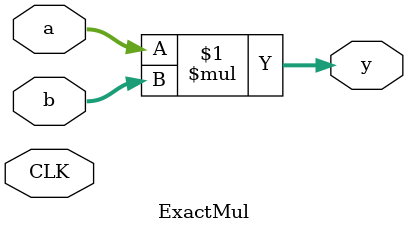
<source format=v>
module ExactMul(CLK,a,b,y);
    input CLK;
    input [8:1] a, b;
    output [8*2:1] y;
    assign y = a * b;
endmodule
</source>
